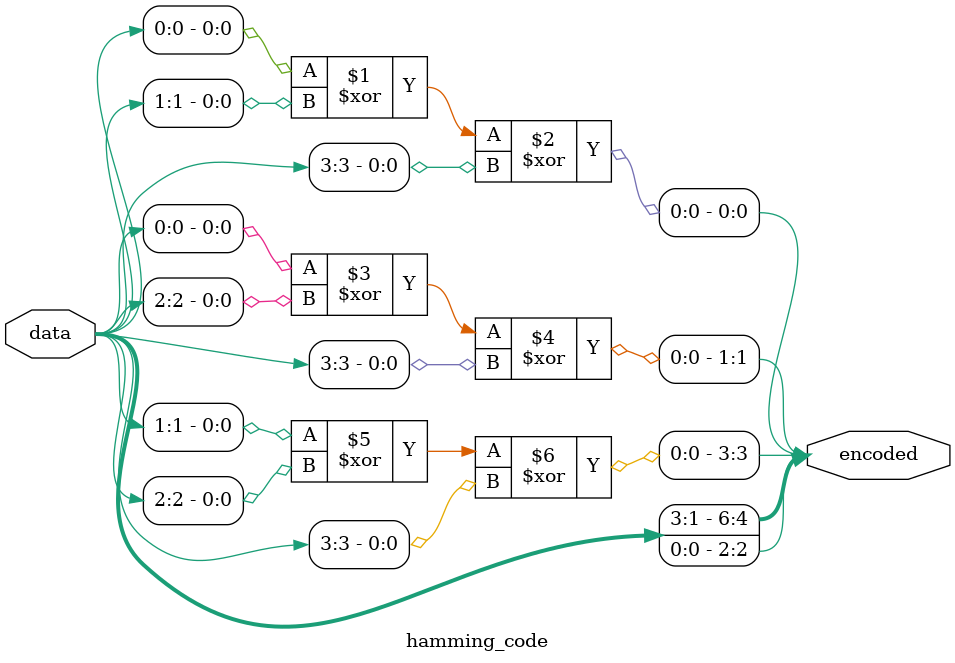
<source format=v>
`timescale 1ns / 1ps


module hamming_code(
    input [3:0]data,
    output [6:0] encoded
    );
    
    assign encoded[0]=data[0] ^ data[1] ^ data[3];
    assign encoded[1]=data[0] ^ data[2] ^ data[3];
    assign encoded[2]=data[0];
    assign encoded[3]=data[1] ^ data[2] ^ data[3];
    assign encoded[4]=data[1];
    assign encoded[5]=data[2];
    assign encoded[6]=data[3];
endmodule

</source>
